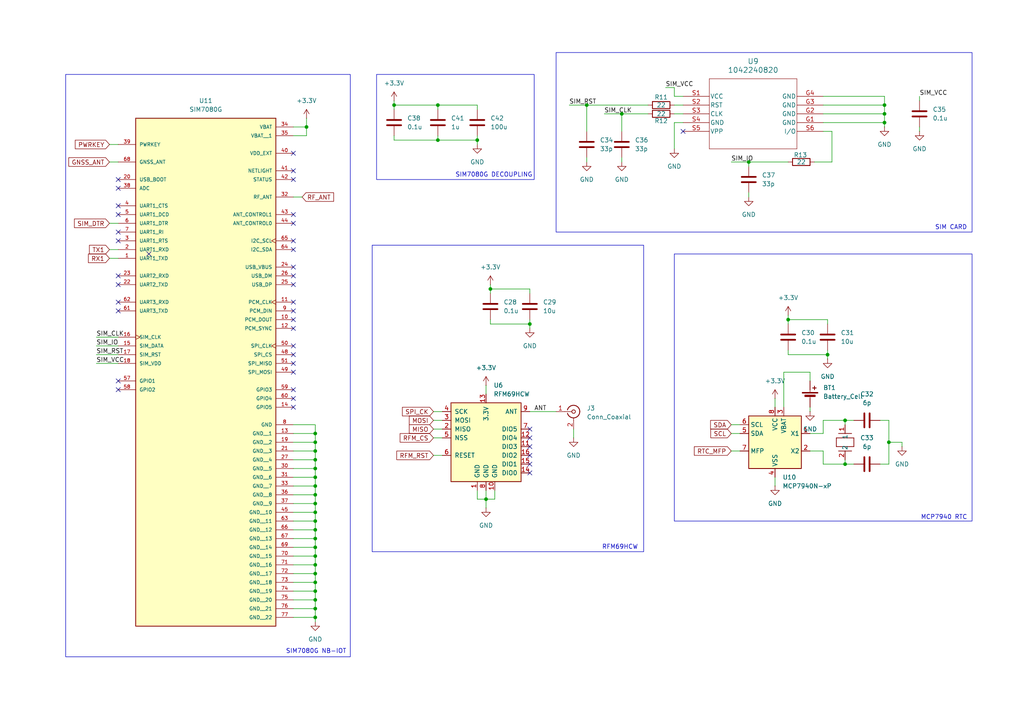
<source format=kicad_sch>
(kicad_sch (version 20231120) (generator "eeschema") (generator_version "8.0")
  (paper "A4")
  (lib_symbols
    (symbol "2024-05-28_14-23-12:SC32S-7PF20PPM" (pin_names (offset 0.254))
      (property "Reference" "XTAL" (at 5.08 4.445 0))
      (property "Value" "SC32S-7PF20PPM" (at 5.08 -4.445 0))
      (symbol "SC32S-7PF20PPM_1_1"
        (polyline (pts (xy 2.54 -1.905) (xy 2.54 1.905)) (stroke (width 0.2032)))
        (polyline (pts (xy 3.81 -2.54) (xy 3.81 2.54)) (stroke (width 0.2032)))
        (polyline (pts (xy 3.81 2.54) (xy 6.35 2.54)) (stroke (width 0.2032)))
        (polyline (pts (xy 6.35 -2.54) (xy 3.81 -2.54)) (stroke (width 0.2032)))
        (polyline (pts (xy 6.35 2.54) (xy 6.35 -2.54)) (stroke (width 0.2032)))
        (polyline (pts (xy 7.62 -1.905) (xy 7.62 1.905)) (stroke (width 0.2032)))
        (pin unspecified line (at 0 0 0) (length 2.54) (name "1") (number "1"))
        (pin unspecified line (at 10.16 0 180) (length 2.54) (name "2") (number "2"))
      )
      (symbol "SC32S-7PF20PPM_1_2"
        (polyline (pts (xy -2.54 3.81) (xy -2.54 6.35)) (stroke (width 0.2032)))
        (polyline (pts (xy -2.54 6.35) (xy 2.54 6.35)) (stroke (width 0.2032)))
        (polyline (pts (xy 1.905 2.54) (xy -1.905 2.54)) (stroke (width 0.2032)))
        (polyline (pts (xy 1.905 7.62) (xy -1.905 7.62)) (stroke (width 0.2032)))
        (polyline (pts (xy 2.54 3.81) (xy -2.54 3.81)) (stroke (width 0.2032)))
        (polyline (pts (xy 2.54 6.35) (xy 2.54 3.81)) (stroke (width 0.2032)))
        (pin unspecified line (at 0 0 90) (length 2.54) (name "1") (number "1"))
        (pin unspecified line (at 0 10.16 270) (length 2.54) (name "2") (number "2"))
      )
    )
    (symbol "2024-08-12_18-24-49:1042240820" (pin_names (offset 0.254))
      (property "Reference" "U" (at 20.32 10.16 0))
      (property "Value" "1042240820" (at 20.32 7.62 0))
      (symbol "1042240820_0_1"
        (polyline (pts (xy 7.62 -15.24) (xy 33.02 -15.24)) (stroke (width 0.127)))
        (polyline (pts (xy 7.62 5.08) (xy 7.62 -15.24)) (stroke (width 0.127)))
        (polyline (pts (xy 33.02 -15.24) (xy 33.02 5.08)) (stroke (width 0.127)))
        (polyline (pts (xy 33.02 5.08) (xy 7.62 5.08)) (stroke (width 0.127)))
        (pin power_out line (at 40.64 -7.62 180) (length 7.62) (name "GND") (number "G1"))
        (pin power_out line (at 40.64 -5.08 180) (length 7.62) (name "GND") (number "G2"))
        (pin power_out line (at 40.64 -2.54 180) (length 7.62) (name "GND") (number "G3"))
        (pin power_out line (at 40.64 0 180) (length 7.62) (name "GND") (number "G4"))
        (pin power_in line (at 0 0 0) (length 7.62) (name "VCC") (number "S1"))
        (pin unspecified line (at 0 -2.54 0) (length 7.62) (name "RST") (number "S2"))
        (pin unspecified line (at 0 -5.08 0) (length 7.62) (name "CLK") (number "S3"))
        (pin power_out line (at 0 -7.62 0) (length 7.62) (name "GND") (number "S4"))
        (pin power_in line (at 0 -10.16 0) (length 7.62) (name "VPP") (number "S5"))
        (pin unspecified line (at 40.64 -10.16 180) (length 7.62) (name "I/O") (number "S6"))
      )
    )
    (symbol "Connector:Conn_Coaxial" (pin_names (offset 1.016) hide)
      (property "Reference" "J" (at 0.254 3.048 0))
      (property "Value" "Conn_Coaxial" (at 2.921 0 90))
      (symbol "Conn_Coaxial_0_1"
        (arc (start -1.778 -0.508) (mid 0.2311 -1.8066) (end 1.778 0) (stroke (width 0.254)))
        (polyline (pts (xy -2.54 0) (xy -0.508 0)))
        (polyline (pts (xy 0 -2.54) (xy 0 -1.778)))
        (circle (center 0 0) (radius 0.508) (stroke (width 0.2032)))
        (arc (start 1.778 0) (mid 0.2099 1.8101) (end -1.778 0.508) (stroke (width 0.254)))
      )
      (symbol "Conn_Coaxial_1_1"
        (pin passive line (at -5.08 0 0) (length 2.54) (name "In") (number "1"))
        (pin passive line (at 0 -5.08 90) (length 2.54) (name "Ext") (number "2"))
      )
    )
    (symbol "Device:Battery_Cell" (pin_numbers hide) (pin_names (offset 0) hide)
      (property "Reference" "BT" (at 2.54 2.54 0))
      (property "Value" "Battery_Cell" (at 2.54 0 0))
      (symbol "Battery_Cell_0_1"
        (rectangle (start -2.286 1.778) (end 2.286 1.524) (fill (type outline)))
        (rectangle (start -1.524 1.016) (end 1.524 0.508) (fill (type outline)))
        (polyline (pts (xy 0 0.762) (xy 0 0)))
        (polyline (pts (xy 0 1.778) (xy 0 2.54)))
        (polyline (pts (xy 0.762 3.048) (xy 1.778 3.048)) (stroke (width 0.254)))
        (polyline (pts (xy 1.27 3.556) (xy 1.27 2.54)) (stroke (width 0.254)))
      )
      (symbol "Battery_Cell_1_1"
        (pin passive line (at 0 5.08 270) (length 2.54) (name "+") (number "1"))
        (pin passive line (at 0 -2.54 90) (length 2.54) (name "-") (number "2"))
      )
    )
    (symbol "Device:C" (pin_numbers hide) (pin_names (offset 0.254))
      (property "Reference" "C" (at 0.635 2.54 0))
      (property "Value" "C" (at 0.635 -2.54 0))
      (symbol "C_0_1"
        (polyline (pts (xy -2.032 -0.762) (xy 2.032 -0.762)) (stroke (width 0.508)))
        (polyline (pts (xy -2.032 0.762) (xy 2.032 0.762)) (stroke (width 0.508)))
      )
      (symbol "C_1_1"
        (pin passive line (at 0 3.81 270) (length 2.794) (name "~") (number "1"))
        (pin passive line (at 0 -3.81 90) (length 2.794) (name "~") (number "2"))
      )
    )
    (symbol "Device:R" (pin_numbers hide) (pin_names (offset 0))
      (property "Reference" "R" (at 2.032 0 90))
      (property "Value" "R" (at 0 0 90))
      (symbol "R_0_1"
        (rectangle (start -1.016 -2.54) (end 1.016 2.54) (stroke (width 0.254)))
      )
      (symbol "R_1_1"
        (pin passive line (at 0 3.81 270) (length 1.27) (name "~") (number "1"))
        (pin passive line (at 0 -3.81 90) (length 1.27) (name "~") (number "2"))
      )
    )
    (symbol "RF_Module:RFM69HCW" (pin_names (offset 1.016))
      (property "Reference" "U" (at -10.414 11.684 0))
      (property "Value" "RFM69HCW" (at 1.524 11.43 0))
      (symbol "RFM69HCW_0_1"
        (rectangle (start -10.16 10.16) (end 10.16 -12.7) (stroke (width 0.254)) (fill (type background)))
      )
      (symbol "RFM69HCW_1_1"
        (pin power_in line (at -2.54 -15.24 90) (length 2.54) (name "GND") (number "1"))
        (pin power_in line (at 2.54 -15.24 90) (length 2.54) (name "GND") (number "10"))
        (pin bidirectional line (at 12.7 -2.54 180) (length 2.54) (name "DIO3") (number "11"))
        (pin bidirectional line (at 12.7 0 180) (length 2.54) (name "DIO4") (number "12"))
        (pin power_in line (at 0 12.7 270) (length 2.54) (name "3.3V") (number "13"))
        (pin bidirectional line (at 12.7 -10.16 180) (length 2.54) (name "DIO0") (number "14"))
        (pin bidirectional line (at 12.7 -7.62 180) (length 2.54) (name "DIO1") (number "15"))
        (pin bidirectional line (at 12.7 -5.08 180) (length 2.54) (name "DIO2") (number "16"))
        (pin output line (at -12.7 2.54 0) (length 2.54) (name "MISO") (number "2"))
        (pin input line (at -12.7 5.08 0) (length 2.54) (name "MOSI") (number "3"))
        (pin input line (at -12.7 7.62 0) (length 2.54) (name "SCK") (number "4"))
        (pin input line (at -12.7 0 0) (length 2.54) (name "NSS") (number "5"))
        (pin bidirectional line (at -12.7 -5.08 0) (length 2.54) (name "RESET") (number "6"))
        (pin bidirectional line (at 12.7 2.54 180) (length 2.54) (name "DIO5") (number "7"))
        (pin power_in line (at 0 -15.24 90) (length 2.54) (name "GND") (number "8"))
        (pin bidirectional line (at 12.7 7.62 180) (length 2.54) (name "ANT") (number "9"))
      )
    )
    (symbol "SIM7080G:SIM7080G" (pin_names (offset 1.016))
      (property "Reference" "U" (at -20.066 44.196 0))
      (property "Value" "SIM7080G" (at -20.066 -105.156 0))
      (symbol "SIM7080G_0_0"
        (rectangle (start -20.32 -104.14) (end 20.32 43.18) (stroke (width 0.254)) (fill (type background)))
        (pin output line (at -25.4 2.54 0) (length 5.08) (name "UART1_TXD") (number "1"))
        (pin output line (at 25.4 -15.24 180) (length 5.08) (name "PCM_DOUT") (number "10"))
        (pin output clock (at 25.4 -10.16 180) (length 5.08) (name "PCM_CLK") (number "11"))
        (pin output line (at 25.4 -17.78 180) (length 5.08) (name "PCM_SYNC") (number "12"))
        (pin power_in line (at 25.4 -48.26 180) (length 5.08) (name "GND__1") (number "13"))
        (pin bidirectional line (at 25.4 -40.64 180) (length 5.08) (name "GPIO5") (number "14"))
        (pin bidirectional line (at -25.4 -22.86 0) (length 5.08) (name "SIM_DATA") (number "15"))
        (pin output clock (at -25.4 -20.32 0) (length 5.08) (name "SIM_CLK") (number "16"))
        (pin output line (at -25.4 -25.4 0) (length 5.08) (name "SIM_RST") (number "17"))
        (pin output line (at -25.4 -27.94 0) (length 5.08) (name "SIM_VDD") (number "18"))
        (pin power_in line (at 25.4 -50.8 180) (length 5.08) (name "GND__2") (number "19"))
        (pin input line (at -25.4 5.08 0) (length 5.08) (name "UART1_RXD") (number "2"))
        (pin input line (at -25.4 25.4 0) (length 5.08) (name "USB_BOOT") (number "20"))
        (pin power_in line (at 25.4 -53.34 180) (length 5.08) (name "GND__3") (number "21"))
        (pin output line (at -25.4 -5.08 0) (length 5.08) (name "UART2_TXD") (number "22"))
        (pin input line (at -25.4 -2.54 0) (length 5.08) (name "UART2_RXD") (number "23"))
        (pin input line (at 25.4 0 180) (length 5.08) (name "USB_VBUS") (number "24"))
        (pin bidirectional line (at 25.4 -5.08 180) (length 5.08) (name "USB_DP") (number "25"))
        (pin bidirectional line (at 25.4 -2.54 180) (length 5.08) (name "USB_DM") (number "26"))
        (pin power_in line (at 25.4 -55.88 180) (length 5.08) (name "GND__4") (number "27"))
        (pin input line (at -25.4 7.62 0) (length 5.08) (name "UART1_RTS") (number "3"))
        (pin power_in line (at 25.4 -58.42 180) (length 5.08) (name "GND__5") (number "30"))
        (pin power_in line (at 25.4 -60.96 180) (length 5.08) (name "GND__6") (number "31"))
        (pin bidirectional line (at 25.4 20.32 180) (length 5.08) (name "RF_ANT") (number "32"))
        (pin power_in line (at 25.4 -63.5 180) (length 5.08) (name "GND__7") (number "33"))
        (pin power_in line (at 25.4 40.64 180) (length 5.08) (name "VBAT") (number "34"))
        (pin power_in line (at 25.4 38.1 180) (length 5.08) (name "VBAT__1") (number "35"))
        (pin power_in line (at 25.4 -66.04 180) (length 5.08) (name "GND__8") (number "36"))
        (pin power_in line (at 25.4 -68.58 180) (length 5.08) (name "GND__9") (number "37"))
        (pin input line (at -25.4 22.86 0) (length 5.08) (name "ADC") (number "38"))
        (pin input line (at -25.4 35.56 0) (length 5.08) (name "PWRKEY") (number "39"))
        (pin output line (at -25.4 17.78 0) (length 5.08) (name "UART1_CTS") (number "4"))
        (pin output line (at 25.4 33.02 180) (length 5.08) (name "VDD_EXT") (number "40"))
        (pin output line (at 25.4 27.94 180) (length 5.08) (name "NETLIGHT") (number "41"))
        (pin output line (at 25.4 25.4 180) (length 5.08) (name "STATUS") (number "42"))
        (pin bidirectional line (at 25.4 15.24 180) (length 5.08) (name "ANT_CONTROL1") (number "43"))
        (pin output line (at 25.4 12.7 180) (length 5.08) (name "ANT_CONTROL0") (number "44"))
        (pin power_in line (at 25.4 -71.12 180) (length 5.08) (name "GND__10") (number "45"))
        (pin output line (at 25.4 -25.4 180) (length 5.08) (name "SPI_CS") (number "48"))
        (pin output line (at 25.4 -30.48 180) (length 5.08) (name "SPI_MOSI") (number "49"))
        (pin output line (at -25.4 15.24 0) (length 5.08) (name "UART1_DCD") (number "5"))
        (pin output clock (at 25.4 -22.86 180) (length 5.08) (name "SPI_CLK") (number "50"))
        (pin input line (at 25.4 -27.94 180) (length 5.08) (name "SPI_MISO") (number "51"))
        (pin bidirectional line (at -25.4 -33.02 0) (length 5.08) (name "GPIO1") (number "57"))
        (pin bidirectional line (at -25.4 -35.56 0) (length 5.08) (name "GPIO2") (number "58"))
        (pin bidirectional line (at 25.4 -35.56 180) (length 5.08) (name "GPIO3") (number "59"))
        (pin input line (at -25.4 12.7 0) (length 5.08) (name "UART1_DTR") (number "6"))
        (pin bidirectional line (at 25.4 -38.1 180) (length 5.08) (name "GPIO4") (number "60"))
        (pin output line (at -25.4 -12.7 0) (length 5.08) (name "UART3_TXD") (number "61"))
        (pin input line (at -25.4 -10.16 0) (length 5.08) (name "UART3_RXD") (number "62"))
        (pin power_in line (at 25.4 -73.66 180) (length 5.08) (name "GND__11") (number "63"))
        (pin bidirectional line (at 25.4 5.08 180) (length 5.08) (name "I2C_SDA") (number "64"))
        (pin output clock (at 25.4 7.62 180) (length 5.08) (name "I2C_SCL") (number "65"))
        (pin power_in line (at 25.4 -76.2 180) (length 5.08) (name "GND__12") (number "66"))
        (pin power_in line (at 25.4 -78.74 180) (length 5.08) (name "GND__13") (number "67"))
        (pin input line (at -25.4 30.48 0) (length 5.08) (name "GNSS_ANT") (number "68"))
        (pin power_in line (at 25.4 -81.28 180) (length 5.08) (name "GND__14") (number "69"))
        (pin output line (at -25.4 10.16 0) (length 5.08) (name "UART1_RI") (number "7"))
        (pin power_in line (at 25.4 -83.82 180) (length 5.08) (name "GND__15") (number "70"))
        (pin power_in line (at 25.4 -86.36 180) (length 5.08) (name "GND__16") (number "71"))
        (pin power_in line (at 25.4 -88.9 180) (length 5.08) (name "GND__17") (number "72"))
        (pin power_in line (at 25.4 -91.44 180) (length 5.08) (name "GND__18") (number "73"))
        (pin power_in line (at 25.4 -93.98 180) (length 5.08) (name "GND__19") (number "74"))
        (pin power_in line (at 25.4 -96.52 180) (length 5.08) (name "GND__20") (number "75"))
        (pin power_in line (at 25.4 -99.06 180) (length 5.08) (name "GND__21") (number "76"))
        (pin power_in line (at 25.4 -101.6 180) (length 5.08) (name "GND__22") (number "77"))
        (pin power_in line (at 25.4 -45.72 180) (length 5.08) (name "GND") (number "8"))
        (pin input line (at 25.4 -12.7 180) (length 5.08) (name "PCM_DIN") (number "9"))
      )
    )
    (symbol "Timer_RTC:MCP7940N-xP"
      (property "Reference" "U" (at -6.35 8.89 0))
      (property "Value" "MCP7940N-xP" (at 11.43 8.89 0))
      (symbol "MCP7940N-xP_0_1"
        (rectangle (start -7.62 7.62) (end 7.62 -7.62) (stroke (width 0.254)) (fill (type background)))
      )
      (symbol "MCP7940N-xP_1_1"
        (pin input line (at 10.16 2.54 180) (length 2.54) (name "X1") (number "1"))
        (pin output line (at 10.16 -2.54 180) (length 2.54) (name "X2") (number "2"))
        (pin power_in line (at 2.54 10.16 270) (length 2.54) (name "VBAT") (number "3"))
        (pin power_in line (at 0 -10.16 90) (length 2.54) (name "VSS") (number "4"))
        (pin bidirectional line (at -10.16 2.54 0) (length 2.54) (name "SDA") (number "5"))
        (pin input line (at -10.16 5.08 0) (length 2.54) (name "SCL") (number "6"))
        (pin open_collector line (at -10.16 -2.54 0) (length 2.54) (name "MFP") (number "7"))
        (pin power_in line (at 0 10.16 270) (length 2.54) (name "VCC") (number "8"))
      )
    )
    (symbol "power:+3.3V" (power) (pin_numbers hide) (pin_names (offset 0) hide)
      (property "Value" "+3.3V" (at 0 3.556 0))
      (symbol "+3.3V_0_1"
        (polyline (pts (xy -0.762 1.27) (xy 0 2.54)))
        (polyline (pts (xy 0 0) (xy 0 2.54)))
        (polyline (pts (xy 0 2.54) (xy 0.762 1.27)))
      )
      (symbol "+3.3V_1_1"
        (pin power_in line (at 0 0 90) (length 0) (name "~") (number "1"))
      )
    )
    (symbol "power:GND" (power) (pin_numbers hide) (pin_names (offset 0) hide)
      (property "Value" "GND" (at 0 -3.81 0))
      (symbol "GND_0_1"
        (polyline (pts (xy 0 0) (xy 0 -1.27) (xy 1.27 -1.27) (xy 0 -2.54) (xy -1.27 -1.27) (xy 0 -1.27)))
      )
      (symbol "GND_1_1"
        (pin power_in line (at 0 0 270) (length 0) (name "~") (number "1"))
      )
    )
  )
  (junction (at 245.11 134.62))
  (junction (at 256.54 33.02))
  (junction (at 91.44 130.81))
  (junction (at 180.34 33.02))
  (junction (at 240.03 102.87))
  (junction (at 91.44 133.35))
  (junction (at 256.54 30.48))
  (junction (at 140.97 144.78))
  (junction (at 127 30.48))
  (junction (at 91.44 176.53))
  (junction (at 228.6 92.71))
  (junction (at 256.54 35.56))
  (junction (at 217.17 46.99))
  (junction (at 91.44 143.51))
  (junction (at 91.44 163.83))
  (junction (at 91.44 158.75))
  (junction (at 114.3 30.48))
  (junction (at 91.44 156.21))
  (junction (at 91.44 173.99))
  (junction (at 245.11 121.92))
  (junction (at 91.44 140.97))
  (junction (at 138.43 40.64))
  (junction (at 91.44 151.13))
  (junction (at 91.44 168.91))
  (junction (at 91.44 125.73))
  (junction (at 91.44 166.37))
  (junction (at 91.44 171.45))
  (junction (at 142.24 83.82))
  (junction (at 91.44 128.27))
  (junction (at 91.44 138.43))
  (junction (at 91.44 179.07))
  (junction (at 91.44 146.05))
  (junction (at 88.9 36.83))
  (junction (at 257.81 128.27))
  (junction (at 153.67 93.98))
  (junction (at 170.18 30.48))
  (junction (at 127 40.64))
  (junction (at 91.44 135.89))
  (junction (at 91.44 148.59))
  (junction (at 91.44 153.67))
  (junction (at 91.44 161.29))
  (no_connect (at 85.09 95.25))
  (no_connect (at 85.09 115.57))
  (no_connect (at 85.09 87.63))
  (no_connect (at 85.09 80.01))
  (no_connect (at 43.18 73.66))
  (no_connect (at 153.67 124.46))
  (no_connect (at 85.09 113.03))
  (no_connect (at 85.09 100.33))
  (no_connect (at 85.09 90.17))
  (no_connect (at 153.67 127))
  (no_connect (at 34.29 67.31))
  (no_connect (at 198.12 38.1))
  (no_connect (at 85.09 72.39))
  (no_connect (at 153.67 132.08))
  (no_connect (at 85.09 44.45))
  (no_connect (at 34.29 113.03))
  (no_connect (at 85.09 107.95))
  (no_connect (at 85.09 105.41))
  (no_connect (at 85.09 102.87))
  (no_connect (at 85.09 77.47))
  (no_connect (at 85.09 82.55))
  (no_connect (at 85.09 49.53))
  (no_connect (at 34.29 110.49))
  (no_connect (at 34.29 87.63))
  (no_connect (at 153.67 137.16))
  (no_connect (at 85.09 69.85))
  (no_connect (at 85.09 118.11))
  (no_connect (at 153.67 134.62))
  (no_connect (at 34.29 52.07))
  (no_connect (at 153.67 129.54))
  (no_connect (at 34.29 54.61))
  (no_connect (at 85.09 62.23))
  (no_connect (at 34.29 69.85))
  (no_connect (at 85.09 64.77))
  (no_connect (at 34.29 82.55))
  (no_connect (at 34.29 62.23))
  (no_connect (at 34.29 90.17))
  (no_connect (at 34.29 80.01))
  (no_connect (at 34.29 59.69))
  (no_connect (at 85.09 52.07))
  (no_connect (at 85.09 92.71))
  (wire (pts (xy 91.44 161.29) (xy 91.44 158.75)))
  (wire (pts (xy 138.43 144.78) (xy 140.97 144.78)))
  (wire (pts (xy 27.94 105.41) (xy 34.29 105.41)))
  (wire (pts (xy 138.43 40.64) (xy 127 40.64)))
  (wire (pts (xy 85.09 158.75) (xy 91.44 158.75)))
  (wire (pts (xy 228.6 101.6) (xy 228.6 102.87)))
  (wire (pts (xy 91.44 123.19) (xy 91.44 125.73)))
  (wire (pts (xy 88.9 39.37) (xy 88.9 36.83)))
  (wire (pts (xy 127 39.37) (xy 127 40.64)))
  (wire (pts (xy 125.73 124.46) (xy 128.27 124.46)))
  (wire (pts (xy 224.79 138.43) (xy 224.79 140.97)))
  (wire (pts (xy 245.11 134.62) (xy 247.65 134.62)))
  (wire (pts (xy 240.03 102.87) (xy 240.03 104.14)))
  (wire (pts (xy 255.27 134.62) (xy 257.81 134.62)))
  (wire (pts (xy 257.81 121.92) (xy 255.27 121.92)))
  (wire (pts (xy 170.18 45.72) (xy 170.18 46.99)))
  (wire (pts (xy 195.58 27.94) (xy 195.58 25.4)))
  (wire (pts (xy 85.09 130.81) (xy 91.44 130.81)))
  (wire (pts (xy 142.24 92.71) (xy 142.24 93.98)))
  (wire (pts (xy 91.44 143.51) (xy 91.44 146.05)))
  (wire (pts (xy 212.09 46.99) (xy 217.17 46.99)))
  (wire (pts (xy 31.75 41.91) (xy 34.29 41.91)))
  (wire (pts (xy 256.54 27.94) (xy 256.54 30.48)))
  (wire (pts (xy 85.09 57.15) (xy 87.63 57.15)))
  (wire (pts (xy 234.95 118.11) (xy 234.95 119.38)))
  (wire (pts (xy 85.09 133.35) (xy 91.44 133.35)))
  (wire (pts (xy 257.81 134.62) (xy 257.81 128.27)))
  (wire (pts (xy 127 30.48) (xy 138.43 30.48)))
  (wire (pts (xy 127 40.64) (xy 114.3 40.64)))
  (wire (pts (xy 85.09 173.99) (xy 91.44 173.99)))
  (wire (pts (xy 180.34 38.1) (xy 180.34 33.02)))
  (wire (pts (xy 85.09 163.83) (xy 91.44 163.83)))
  (wire (pts (xy 153.67 93.98) (xy 153.67 92.71)))
  (wire (pts (xy 212.09 130.81) (xy 214.63 130.81)))
  (wire (pts (xy 85.09 179.07) (xy 91.44 179.07)))
  (wire (pts (xy 91.44 138.43) (xy 91.44 140.97)))
  (wire (pts (xy 31.75 72.39) (xy 34.29 72.39)))
  (wire (pts (xy 234.95 110.49) (xy 234.95 107.95)))
  (wire (pts (xy 91.44 130.81) (xy 91.44 133.35)))
  (wire (pts (xy 227.33 107.95) (xy 227.33 118.11)))
  (wire (pts (xy 142.24 83.82) (xy 142.24 85.09)))
  (wire (pts (xy 91.44 135.89) (xy 91.44 138.43)))
  (wire (pts (xy 114.3 31.75) (xy 114.3 30.48)))
  (wire (pts (xy 241.3 46.99) (xy 241.3 38.1)))
  (wire (pts (xy 91.44 176.53) (xy 91.44 173.99)))
  (wire (pts (xy 140.97 144.78) (xy 140.97 147.32)))
  (wire (pts (xy 85.09 143.51) (xy 91.44 143.51)))
  (wire (pts (xy 256.54 33.02) (xy 256.54 35.56)))
  (wire (pts (xy 224.79 115.57) (xy 224.79 118.11)))
  (wire (pts (xy 153.67 93.98) (xy 153.67 95.25)))
  (wire (pts (xy 91.44 123.19) (xy 85.09 123.19)))
  (wire (pts (xy 195.58 43.18) (xy 195.58 35.56)))
  (wire (pts (xy 212.09 125.73) (xy 214.63 125.73)))
  (wire (pts (xy 240.03 93.98) (xy 240.03 92.71)))
  (wire (pts (xy 138.43 142.24) (xy 138.43 144.78)))
  (wire (pts (xy 245.11 134.62) (xy 245.11 133.35)))
  (wire (pts (xy 180.34 45.72) (xy 180.34 46.99)))
  (wire (pts (xy 91.44 168.91) (xy 91.44 166.37)))
  (wire (pts (xy 85.09 151.13) (xy 91.44 151.13)))
  (wire (pts (xy 114.3 29.21) (xy 114.3 30.48)))
  (wire (pts (xy 195.58 27.94) (xy 198.12 27.94)))
  (wire (pts (xy 212.09 123.19) (xy 214.63 123.19)))
  (wire (pts (xy 91.44 140.97) (xy 91.44 143.51)))
  (wire (pts (xy 170.18 30.48) (xy 187.96 30.48)))
  (wire (pts (xy 125.73 132.08) (xy 128.27 132.08)))
  (wire (pts (xy 125.73 119.38) (xy 128.27 119.38)))
  (wire (pts (xy 85.09 135.89) (xy 91.44 135.89)))
  (wire (pts (xy 193.04 25.4) (xy 195.58 25.4)))
  (wire (pts (xy 85.09 161.29) (xy 91.44 161.29)))
  (wire (pts (xy 125.73 121.92) (xy 128.27 121.92)))
  (wire (pts (xy 27.94 102.87) (xy 34.29 102.87)))
  (wire (pts (xy 85.09 39.37) (xy 88.9 39.37)))
  (wire (pts (xy 238.76 130.81) (xy 238.76 134.62)))
  (wire (pts (xy 234.95 107.95) (xy 227.33 107.95)))
  (wire (pts (xy 153.67 83.82) (xy 142.24 83.82)))
  (wire (pts (xy 143.51 142.24) (xy 143.51 144.78)))
  (wire (pts (xy 85.09 153.67) (xy 91.44 153.67)))
  (wire (pts (xy 114.3 40.64) (xy 114.3 39.37)))
  (wire (pts (xy 142.24 93.98) (xy 153.67 93.98)))
  (wire (pts (xy 85.09 166.37) (xy 91.44 166.37)))
  (wire (pts (xy 238.76 35.56) (xy 256.54 35.56)))
  (wire (pts (xy 238.76 33.02) (xy 256.54 33.02)))
  (wire (pts (xy 31.75 64.77) (xy 34.29 64.77)))
  (wire (pts (xy 195.58 33.02) (xy 198.12 33.02)))
  (wire (pts (xy 31.75 74.93) (xy 34.29 74.93)))
  (wire (pts (xy 88.9 34.29) (xy 88.9 36.83)))
  (wire (pts (xy 266.7 36.83) (xy 266.7 38.1)))
  (wire (pts (xy 138.43 30.48) (xy 138.43 31.75)))
  (wire (pts (xy 142.24 82.55) (xy 142.24 83.82)))
  (wire (pts (xy 85.09 176.53) (xy 91.44 176.53)))
  (wire (pts (xy 91.44 128.27) (xy 91.44 130.81)))
  (wire (pts (xy 91.44 180.34) (xy 91.44 179.07)))
  (wire (pts (xy 166.37 124.46) (xy 166.37 127)))
  (wire (pts (xy 27.94 100.33) (xy 34.29 100.33)))
  (wire (pts (xy 88.9 36.83) (xy 85.09 36.83)))
  (wire (pts (xy 91.44 173.99) (xy 91.44 171.45)))
  (wire (pts (xy 91.44 163.83) (xy 91.44 161.29)))
  (wire (pts (xy 85.09 168.91) (xy 91.44 168.91)))
  (wire (pts (xy 140.97 111.76) (xy 140.97 114.3)))
  (wire (pts (xy 180.34 33.02) (xy 187.96 33.02)))
  (wire (pts (xy 245.11 123.19) (xy 245.11 121.92)))
  (wire (pts (xy 217.17 46.99) (xy 217.17 48.26)))
  (wire (pts (xy 27.94 97.79) (xy 34.29 97.79)))
  (wire (pts (xy 114.3 30.48) (xy 127 30.48)))
  (wire (pts (xy 175.26 33.02) (xy 180.34 33.02)))
  (wire (pts (xy 85.09 146.05) (xy 91.44 146.05)))
  (wire (pts (xy 238.76 125.73) (xy 234.95 125.73)))
  (wire (pts (xy 266.7 27.94) (xy 266.7 29.21)))
  (wire (pts (xy 170.18 38.1) (xy 170.18 30.48)))
  (wire (pts (xy 234.95 130.81) (xy 238.76 130.81)))
  (wire (pts (xy 91.44 179.07) (xy 91.44 176.53)))
  (wire (pts (xy 241.3 38.1) (xy 238.76 38.1)))
  (wire (pts (xy 238.76 121.92) (xy 238.76 125.73)))
  (wire (pts (xy 257.81 128.27) (xy 257.81 121.92)))
  (wire (pts (xy 228.6 92.71) (xy 228.6 93.98)))
  (wire (pts (xy 261.62 128.27) (xy 257.81 128.27)))
  (wire (pts (xy 140.97 144.78) (xy 143.51 144.78)))
  (wire (pts (xy 217.17 55.88) (xy 217.17 57.15)))
  (wire (pts (xy 85.09 140.97) (xy 91.44 140.97)))
  (wire (pts (xy 236.22 46.99) (xy 241.3 46.99)))
  (wire (pts (xy 165.1 30.48) (xy 170.18 30.48)))
  (wire (pts (xy 91.44 171.45) (xy 91.44 168.91)))
  (wire (pts (xy 138.43 40.64) (xy 138.43 41.91)))
  (wire (pts (xy 140.97 142.24) (xy 140.97 144.78)))
  (wire (pts (xy 238.76 30.48) (xy 256.54 30.48)))
  (wire (pts (xy 228.6 102.87) (xy 240.03 102.87)))
  (wire (pts (xy 238.76 134.62) (xy 245.11 134.62)))
  (wire (pts (xy 85.09 148.59) (xy 91.44 148.59)))
  (wire (pts (xy 245.11 121.92) (xy 247.65 121.92)))
  (wire (pts (xy 31.75 46.99) (xy 34.29 46.99)))
  (wire (pts (xy 91.44 146.05) (xy 91.44 148.59)))
  (wire (pts (xy 125.73 127) (xy 128.27 127)))
  (wire (pts (xy 91.44 133.35) (xy 91.44 135.89)))
  (wire (pts (xy 238.76 27.94) (xy 256.54 27.94)))
  (wire (pts (xy 91.44 158.75) (xy 91.44 156.21)))
  (wire (pts (xy 91.44 153.67) (xy 91.44 151.13)))
  (wire (pts (xy 85.09 171.45) (xy 91.44 171.45)))
  (wire (pts (xy 261.62 129.54) (xy 261.62 128.27)))
  (wire (pts (xy 228.6 91.44) (xy 228.6 92.71)))
  (wire (pts (xy 240.03 92.71) (xy 228.6 92.71)))
  (wire (pts (xy 195.58 30.48) (xy 198.12 30.48)))
  (wire (pts (xy 85.09 125.73) (xy 91.44 125.73)))
  (wire (pts (xy 153.67 85.09) (xy 153.67 83.82)))
  (wire (pts (xy 127 30.48) (xy 127 31.75)))
  (wire (pts (xy 91.44 166.37) (xy 91.44 163.83)))
  (wire (pts (xy 85.09 156.21) (xy 91.44 156.21)))
  (wire (pts (xy 245.11 121.92) (xy 238.76 121.92)))
  (wire (pts (xy 91.44 125.73) (xy 91.44 128.27)))
  (wire (pts (xy 256.54 30.48) (xy 256.54 33.02)))
  (wire (pts (xy 85.09 128.27) (xy 91.44 128.27)))
  (wire (pts (xy 138.43 39.37) (xy 138.43 40.64)))
  (wire (pts (xy 153.67 119.38) (xy 161.29 119.38)))
  (wire (pts (xy 91.44 148.59) (xy 91.44 151.13)))
  (wire (pts (xy 228.6 46.99) (xy 217.17 46.99)))
  (wire (pts (xy 240.03 102.87) (xy 240.03 101.6)))
  (wire (pts (xy 85.09 138.43) (xy 91.44 138.43)))
  (wire (pts (xy 195.58 35.56) (xy 198.12 35.56)))
  (wire (pts (xy 91.44 156.21) (xy 91.44 153.67)))
  (wire (pts (xy 256.54 35.56) (xy 256.54 36.83)))
  (rectangle (start 161.29 15.24) (end 281.94 67.31))
  (rectangle (start 107.95 71.12) (end 186.69 160.02))
  (rectangle (start 109.22 21.59) (end 154.94 52.07))
  (rectangle (start 19.05 21.59) (end 101.6 190.5))
  (rectangle (start 195.58 73.66) (end 281.94 151.13))
  (text "RFM69HCW" (at 179.832 158.75 0) (effects (font (size 1.27 1.27))))
  (text "SIM CARD" (at 275.844 66.04 0) (effects (font (size 1.27 1.27))))
  (text "SIM7080G NB-IOT" (at 91.694 188.976 0) (effects (font (size 1.27 1.27))))
  (text "SIM7080G DECOUPLING" (at 143.256 50.8 0) (effects (font (size 1.27 1.27))))
  (text "MCP7940 RTC" (at 273.812 150.114 0) (effects (font (size 1.27 1.27))))
  (label "SIM_VCC" (at 266.7 27.94 0))
  (label "SIM_RST" (at 27.94 102.87 0))
  (label "ANT" (at 154.94 119.38 0))
  (label "SIM_CLK" (at 27.94 97.79 0))
  (label "SIM_IO" (at 212.09 46.99 0))
  (label "SIM_VCC" (at 27.94 105.41 0))
  (label "SIM_IO" (at 27.94 100.33 0))
  (label "SIM_RST" (at 165.1 30.48 0))
  (label "SIM_CLK" (at 175.26 33.02 0))
  (label "SIM_VCC" (at 193.04 25.4 0))
  (global_label "RTC_MFP" (shape input) (at 212.09 130.81 180) (property "Intersheetrefs" "${INTERSHEET_REFS}" (effects (hide yes))))
  (global_label "SDA" (shape input) (at 212.09 123.19 180) (property "Intersheetrefs" "${INTERSHEET_REFS}" (effects (hide yes))))
  (global_label "MOSI" (shape input) (at 125.73 121.92 180) (property "Intersheetrefs" "${INTERSHEET_REFS}" (effects (hide yes))))
  (global_label "TX1" (shape input) (at 31.75 72.39 180) (property "Intersheetrefs" "${INTERSHEET_REFS}" (effects (hide yes))))
  (global_label "SIM_DTR" (shape input) (at 31.75 64.77 180) (property "Intersheetrefs" "${INTERSHEET_REFS}" (effects (hide yes))))
  (global_label "SCL" (shape input) (at 212.09 125.73 180) (property "Intersheetrefs" "${INTERSHEET_REFS}" (effects (hide yes))))
  (global_label "RF_ANT" (shape input) (at 87.63 57.15 0) (property "Intersheetrefs" "${INTERSHEET_REFS}" (effects (hide yes))))
  (global_label "SPI_CK" (shape input) (at 125.73 119.38 180) (property "Intersheetrefs" "${INTERSHEET_REFS}" (effects (hide yes))))
  (global_label "PWRKEY" (shape input) (at 31.75 41.91 180) (property "Intersheetrefs" "${INTERSHEET_REFS}" (effects (hide yes))))
  (global_label "RX1" (shape input) (at 31.75 74.93 180) (property "Intersheetrefs" "${INTERSHEET_REFS}" (effects (hide yes))))
  (global_label "RFM_RST" (shape input) (at 125.73 132.08 180) (property "Intersheetrefs" "${INTERSHEET_REFS}" (effects (hide yes))))
  (global_label "RFM_CS" (shape input) (at 125.73 127 180) (property "Intersheetrefs" "${INTERSHEET_REFS}" (effects (hide yes))))
  (global_label "GNSS_ANT" (shape input) (at 31.75 46.99 180) (property "Intersheetrefs" "${INTERSHEET_REFS}" (effects (hide yes))))
  (global_label "MISO" (shape input) (at 125.73 124.46 180) (property "Intersheetrefs" "${INTERSHEET_REFS}" (effects (hide yes))))
  (symbol (lib_id "Device:R") (at 191.77 33.02 90) (unit 1)
    (property "Reference" "R12" (at 191.77 35.052 90))
    (property "Value" "22" (at 191.77 33.02 90))
    (property "Footprint" "Capacitor_SMD:C_0805_2012Metric_Pad1.18x1.45mm_HandSolder" (effects (hide yes)))
    (property "Description" "Resistor" (effects (hide yes)))
  )
  (symbol (lib_id "power:+3.3V") (at 88.9 34.29 0) (unit 1)
    (property "Reference" "#PWR071" (effects (hide yes)))
    (property "Value" "+3.3V" (at 88.9 29.21 0))
    (property "Description" "Power symbol creates a global label with name \"+3.3V\"" (effects (hide yes)))
  )
  (symbol (lib_id "power:GND") (at 166.37 127 0) (unit 1)
    (property "Reference" "#PWR045" (effects (hide yes)))
    (property "Value" "GND" (at 166.37 132.08 0))
    (property "Description" "Power symbol creates a global label with name \"GND\" , ground" (effects (hide yes)))
  )
  (symbol (lib_id "RF_Module:RFM69HCW") (at 140.97 127 0) (unit 1)
    (property "Reference" "U6" (at 143.1641 111.76 0) (effects (justify left)))
    (property "Value" "RFM69HCW" (at 143.1641 114.3 0) (effects (justify left)))
    (property "Footprint" "RF_Module:HOPERF_RFM9XW_SMD" (effects (hide yes)))
    (property "Datasheet" "https://www.hoperf.com/data/upload/portal/20181127/5bfcb8284d838.pdf" (effects (hide yes)))
    (property "Description" "Low power ISM Radio Transceiver Module, SPI interface, AES encryption, 434 or 915 MHz, up to 100mW, up to 300 kb/s, SMD-16, DIP-16" (effects (hide yes)))
  )
  (symbol (lib_id "Device:C") (at 114.3 35.56 0) (unit 1)
    (property "Reference" "C38" (at 118.11 34.2899 0) (effects (justify left)))
    (property "Value" "0.1u" (at 118.11 36.8299 0) (effects (justify left)))
    (property "Footprint" "Capacitor_SMD:C_0402_1005Metric_Pad0.74x0.62mm_HandSolder" (effects (hide yes)))
    (property "Description" "Unpolarized capacitor" (effects (hide yes)))
  )
  (symbol (lib_id "power:GND") (at 240.03 104.14 0) (unit 1)
    (property "Reference" "#PWR051" (effects (hide yes)))
    (property "Value" "GND" (at 240.03 109.22 0))
    (property "Description" "Power symbol creates a global label with name \"GND\" , ground" (effects (hide yes)))
  )
  (symbol (lib_id "Device:C") (at 217.17 52.07 0) (unit 1)
    (property "Reference" "C37" (at 220.98 50.7999 0) (effects (justify left)))
    (property "Value" "33p" (at 220.98 53.3399 0) (effects (justify left)))
    (property "Footprint" "Capacitor_SMD:C_0402_1005Metric_Pad0.74x0.62mm_HandSolder" (effects (hide yes)))
    (property "Description" "Unpolarized capacitor" (effects (hide yes)))
  )
  (symbol (lib_id "power:+3.3V") (at 140.97 111.76 0) (unit 1)
    (property "Reference" "#PWR044" (effects (hide yes)))
    (property "Value" "+3.3V" (at 140.97 106.68 0))
    (property "Description" "Power symbol creates a global label with name \"+3.3V\"" (effects (hide yes)))
  )
  (symbol (lib_id "Device:C") (at 170.18 41.91 0) (unit 1)
    (property "Reference" "C34" (at 173.99 40.6399 0) (effects (justify left)))
    (property "Value" "33p" (at 173.99 43.1799 0) (effects (justify left)))
    (property "Footprint" "Capacitor_SMD:C_0402_1005Metric_Pad0.74x0.62mm_HandSolder" (effects (hide yes)))
    (property "Description" "Unpolarized capacitor" (effects (hide yes)))
  )
  (symbol (lib_id "Device:R") (at 191.77 30.48 90) (unit 1)
    (property "Reference" "R11" (at 191.77 28.194 90))
    (property "Value" "22" (at 191.77 30.48 90))
    (property "Footprint" "Capacitor_SMD:C_0805_2012Metric_Pad1.18x1.45mm_HandSolder" (effects (hide yes)))
    (property "Description" "Resistor" (effects (hide yes)))
  )
  (symbol (lib_id "power:GND") (at 195.58 43.18 0) (unit 1)
    (property "Reference" "#PWR066" (effects (hide yes)))
    (property "Value" "GND" (at 195.58 48.26 0))
    (property "Description" "Power symbol creates a global label with name \"GND\" , ground" (effects (hide yes)))
  )
  (symbol (lib_id "Device:C") (at 142.24 88.9 0) (unit 1)
    (property "Reference" "C28" (at 146.05 87.6299 0) (effects (justify left)))
    (property "Value" "0.1u" (at 146.05 90.1699 0) (effects (justify left)))
    (property "Footprint" "Capacitor_SMD:C_0402_1005Metric_Pad0.74x0.62mm_HandSolder" (effects (hide yes)))
    (property "Description" "Unpolarized capacitor" (effects (hide yes)))
  )
  (symbol (lib_id "Device:C") (at 266.7 33.02 0) (unit 1)
    (property "Reference" "C35" (at 270.51 31.7499 0) (effects (justify left)))
    (property "Value" "0.1u" (at 270.51 34.2899 0) (effects (justify left)))
    (property "Footprint" "Capacitor_SMD:C_0402_1005Metric_Pad0.74x0.62mm_HandSolder" (effects (hide yes)))
    (property "Description" "Unpolarized capacitor" (effects (hide yes)))
  )
  (symbol (lib_id "Connector:Conn_Coaxial") (at 166.37 119.38 0) (unit 1)
    (property "Reference" "J3" (at 170.18 118.4031 0) (effects (justify left)))
    (property "Value" "Conn_Coaxial" (at 170.18 120.9431 0) (effects (justify left)))
    (property "Footprint" "Connector_Coaxial:SMA_Samtec_SMA-J-P-H-ST-EM1_EdgeMount" (effects (hide yes)))
    (property "Description" "coaxial connector (BNC, SMA, SMB, SMC, Cinch/RCA, LEMO, ...)" (effects (hide yes)))
  )
  (symbol (lib_id "Device:C") (at 240.03 97.79 0) (unit 1)
    (property "Reference" "C31" (at 243.84 96.5199 0) (effects (justify left)))
    (property "Value" "10u" (at 243.84 99.0599 0) (effects (justify left)))
    (property "Footprint" "Capacitor_SMD:C_0805_2012Metric_Pad1.18x1.45mm_HandSolder" (effects (hide yes)))
    (property "Description" "Unpolarized capacitor" (effects (hide yes)))
  )
  (symbol (lib_id "power:GND") (at 256.54 36.83 0) (unit 1)
    (property "Reference" "#PWR070" (effects (hide yes)))
    (property "Value" "GND" (at 256.54 41.91 0))
    (property "Description" "Power symbol creates a global label with name \"GND\" , ground" (effects (hide yes)))
  )
  (symbol (lib_id "2024-08-12_18-24-49:1042240820") (at 198.12 27.94 0) (unit 1)
    (property "Reference" "U9" (at 218.44 17.78 0) (effects (font (size 1.524 1.524))))
    (property "Value" "1042240820" (at 218.44 20.32 0) (effects (font (size 1.524 1.524))))
    (property "Footprint" "sim:1042240820_MOL" (effects (hide yes)))
    (property "Datasheet" "1042240820" (effects (hide yes)))
  )
  (symbol (lib_id "power:+3.3V") (at 228.6 91.44 0) (unit 1)
    (property "Reference" "#PWR050" (effects (hide yes)))
    (property "Value" "+3.3V" (at 228.6 86.36 0))
    (property "Description" "Power symbol creates a global label with name \"+3.3V\"" (effects (hide yes)))
  )
  (symbol (lib_id "power:GND") (at 140.97 147.32 0) (unit 1)
    (property "Reference" "#PWR043" (effects (hide yes)))
    (property "Value" "GND" (at 140.97 152.4 0))
    (property "Description" "Power symbol creates a global label with name \"GND\" , ground" (effects (hide yes)))
  )
  (symbol (lib_id "power:GND") (at 217.17 57.15 0) (unit 1)
    (property "Reference" "#PWR067" (effects (hide yes)))
    (property "Value" "GND" (at 217.17 62.23 0))
    (property "Description" "Power symbol creates a global label with name \"GND\" , ground" (effects (hide yes)))
  )
  (symbol (lib_id "Device:C") (at 127 35.56 0) (unit 1)
    (property "Reference" "C41" (at 130.81 34.2899 0) (effects (justify left)))
    (property "Value" "1u" (at 130.81 36.8299 0) (effects (justify left)))
    (property "Footprint" "Capacitor_SMD:C_0805_2012Metric_Pad1.18x1.45mm_HandSolder" (effects (hide yes)))
    (property "Description" "Unpolarized capacitor" (effects (hide yes)))
  )
  (symbol (lib_id "power:GND") (at 138.43 41.91 0) (unit 1)
    (property "Reference" "#PWR069" (effects (hide yes)))
    (property "Value" "GND" (at 138.43 46.99 0))
    (property "Description" "Power symbol creates a global label with name \"GND\" , ground" (effects (hide yes)))
  )
  (symbol (lib_id "Device:C") (at 153.67 88.9 0) (unit 1)
    (property "Reference" "C29" (at 157.48 87.6299 0) (effects (justify left)))
    (property "Value" "10u" (at 157.48 90.1699 0) (effects (justify left)))
    (property "Footprint" "Capacitor_SMD:C_0805_2012Metric_Pad1.18x1.45mm_HandSolder" (effects (hide yes)))
    (property "Description" "Unpolarized capacitor" (effects (hide yes)))
  )
  (symbol (lib_id "power:GND") (at 261.62 129.54 0) (unit 1)
    (property "Reference" "#PWR052" (effects (hide yes)))
    (property "Value" "GND" (at 261.62 134.62 0))
    (property "Description" "Power symbol creates a global label with name \"GND\" , ground" (effects (hide yes)))
  )
  (symbol (lib_id "power:GND") (at 266.7 38.1 0) (unit 1)
    (property "Reference" "#PWR064" (effects (hide yes)))
    (property "Value" "GND" (at 266.7 43.18 0))
    (property "Description" "Power symbol creates a global label with name \"GND\" , ground" (effects (hide yes)))
  )
  (symbol (lib_id "power:GND") (at 170.18 46.99 0) (unit 1)
    (property "Reference" "#PWR063" (effects (hide yes)))
    (property "Value" "GND" (at 170.18 52.07 0))
    (property "Description" "Power symbol creates a global label with name \"GND\" , ground" (effects (hide yes)))
  )
  (symbol (lib_id "power:GND") (at 224.79 140.97 0) (unit 1)
    (property "Reference" "#PWR047" (effects (hide yes)))
    (property "Value" "GND" (at 224.79 146.05 0))
    (property "Description" "Power symbol creates a global label with name \"GND\" , ground" (effects (hide yes)))
  )
  (symbol (lib_id "Device:C") (at 251.46 134.62 90) (unit 1)
    (property "Reference" "C33" (at 251.46 127 90))
    (property "Value" "6p" (at 251.46 129.54 90))
    (property "Footprint" "Capacitor_SMD:C_0201_0603Metric_Pad0.64x0.40mm_HandSolder" (effects (hide yes)))
    (property "Description" "Unpolarized capacitor" (effects (hide yes)))
  )
  (symbol (lib_id "Device:C") (at 138.43 35.56 0) (unit 1)
    (property "Reference" "C42" (at 142.24 34.2899 0) (effects (justify left)))
    (property "Value" "100u" (at 142.24 36.8299 0) (effects (justify left)))
    (property "Footprint" "Capacitor_SMD:C_0805_2012Metric_Pad1.18x1.45mm_HandSolder" (effects (hide yes)))
    (property "Description" "Unpolarized capacitor" (effects (hide yes)))
  )
  (symbol (lib_id "power:+3.3V") (at 114.3 29.21 0) (unit 1)
    (property "Reference" "#PWR068" (effects (hide yes)))
    (property "Value" "+3.3V" (at 114.3 24.13 0))
    (property "Description" "Power symbol creates a global label with name \"+3.3V\"" (effects (hide yes)))
  )
  (symbol (lib_id "Device:C") (at 228.6 97.79 0) (unit 1)
    (property "Reference" "C30" (at 232.41 96.5199 0) (effects (justify left)))
    (property "Value" "0.1u" (at 232.41 99.0599 0) (effects (justify left)))
    (property "Footprint" "Capacitor_SMD:C_0402_1005Metric_Pad0.74x0.62mm_HandSolder" (effects (hide yes)))
    (property "Description" "Unpolarized capacitor" (effects (hide yes)))
  )
  (symbol (lib_id "power:GND") (at 91.44 180.34 0) (unit 1)
    (property "Reference" "#PWR072" (effects (hide yes)))
    (property "Value" "GND" (at 91.44 185.42 0))
    (property "Description" "Power symbol creates a global label with name \"GND\" , ground" (effects (hide yes)))
  )
  (symbol (lib_id "Device:Battery_Cell") (at 234.95 115.57 0) (unit 1)
    (property "Reference" "BT1" (at 238.76 112.4584 0) (effects (justify left)))
    (property "Value" "Battery_Cell" (at 238.76 114.9984 0) (effects (justify left)))
    (property "Footprint" "bat-hld:BAT_BAT-HLD-001-THM" (effects (hide yes)))
    (property "Description" "Single-cell battery" (effects (hide yes)))
  )
  (symbol (lib_id "power:+3.3V") (at 224.79 115.57 0) (unit 1)
    (property "Reference" "#PWR046" (effects (hide yes)))
    (property "Value" "+3.3V" (at 224.79 110.49 0))
    (property "Description" "Power symbol creates a global label with name \"+3.3V\"" (effects (hide yes)))
  )
  (symbol (lib_id "power:GND") (at 234.95 119.38 0) (unit 1)
    (property "Reference" "#PWR062" (effects (hide yes)))
    (property "Value" "GND" (at 234.95 124.46 0))
    (property "Description" "Power symbol creates a global label with name \"GND\" , ground" (effects (hide yes)))
  )
  (symbol (lib_id "Device:C") (at 180.34 41.91 0) (unit 1)
    (property "Reference" "C36" (at 184.15 40.6399 0) (effects (justify left)))
    (property "Value" "33p" (at 184.15 43.1799 0) (effects (justify left)))
    (property "Footprint" "Capacitor_SMD:C_0402_1005Metric_Pad0.74x0.62mm_HandSolder" (effects (hide yes)))
    (property "Description" "Unpolarized capacitor" (effects (hide yes)))
  )
  (symbol (lib_id "SIM7080G:SIM7080G") (at 59.69 77.47 0) (unit 1)
    (property "Reference" "U11" (at 59.69 29.21 0))
    (property "Value" "SIM7080G" (at 59.69 31.75 0))
    (property "Footprint" "WiSDOM:XCVR_SIM7080G" (effects (hide yes)))
    (property "PARTREV" "1.04" (effects (hide yes)))
    (property "STANDARD" "Manufacturer Recommendation" (effects (hide yes)))
    (property "MAXIMUM_PACKAGE_HEIGHT" "2.6 mm" (effects (hide yes)))
    (property "MANUFACTURER" "SIMCOM" (effects (hide yes)))
  )
  (symbol (lib_id "Device:C") (at 251.46 121.92 90) (unit 1)
    (property "Reference" "C32" (at 251.46 114.3 90))
    (property "Value" "6p" (at 251.46 116.84 90))
    (property "Footprint" "Capacitor_SMD:C_0201_0603Metric_Pad0.64x0.40mm_HandSolder" (effects (hide yes)))
    (property "Description" "Unpolarized capacitor" (effects (hide yes)))
  )
  (symbol (lib_id "power:GND") (at 180.34 46.99 0) (unit 1)
    (property "Reference" "#PWR065" (effects (hide yes)))
    (property "Value" "GND" (at 180.34 52.07 0))
    (property "Description" "Power symbol creates a global label with name \"GND\" , ground" (effects (hide yes)))
  )
  (symbol (lib_id "power:GND") (at 153.67 95.25 0) (unit 1)
    (property "Reference" "#PWR049" (effects (hide yes)))
    (property "Value" "GND" (at 153.67 100.33 0))
    (property "Description" "Power symbol creates a global label with name \"GND\" , ground" (effects (hide yes)))
  )
  (symbol (lib_id "Timer_RTC:MCP7940N-xP") (at 224.79 128.27 0) (unit 1)
    (property "Reference" "U10" (at 226.9841 138.43 0) (effects (justify left)))
    (property "Value" "MCP7940N-xP" (at 226.9841 140.97 0) (effects (justify left)))
    (property "Footprint" "Package_SO:SOIC-8_3.9x4.9mm_P1.27mm" (effects (hide yes)))
    (property "Datasheet" "http://ww1.microchip.com/downloads/en/DeviceDoc/20005010F.pdf" (effects (hide yes)))
    (property "Description" "Real-Time Clock, I2C, Battery Backup, DIP-8" (effects (hide yes)))
  )
  (symbol (lib_id "power:+3.3V") (at 142.24 82.55 0) (unit 1)
    (property "Reference" "#PWR048" (effects (hide yes)))
    (property "Value" "+3.3V" (at 142.24 77.47 0))
    (property "Description" "Power symbol creates a global label with name \"+3.3V\"" (effects (hide yes)))
  )
  (symbol (lib_id "Device:R") (at 232.41 46.99 90) (unit 1)
    (property "Reference" "R13" (at 232.156 44.958 90))
    (property "Value" "22" (at 232.41 46.99 90))
    (property "Footprint" "Capacitor_SMD:C_0805_2012Metric_Pad1.18x1.45mm_HandSolder" (effects (hide yes)))
    (property "Description" "Resistor" (effects (hide yes)))
  )
  (symbol (lib_id "2024-05-28_14-23-12:SC32S-7PF20PPM") (at 245.11 123.19 270) (unit 1)
    (property "Reference" "XTAL1" (effects (hide yes)))
    (property "Value" "SC32S-7PF20PPM" (effects (hide yes)))
    (property "Footprint" "WiSDOM:XTAL_SC32S-7PF20PPM_EPS" (effects (hide yes)))
    (property "Datasheet" "SC32S-7PF20PPM" (effects (hide yes)))
  )
)
</source>
